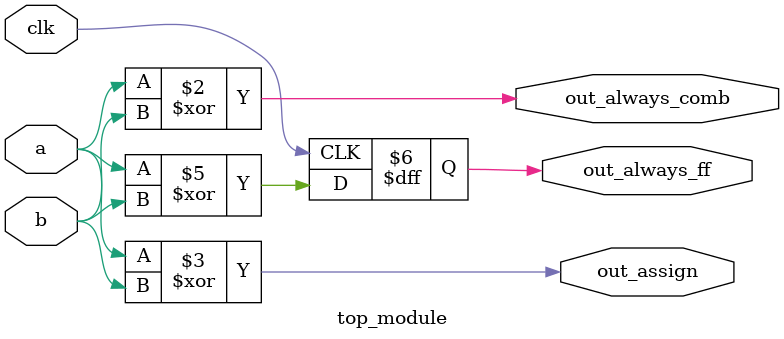
<source format=v>
module top_module(
    input clk,
    input a,
    input b,
    output wire out_assign,
    output reg out_always_comb,
    output reg out_always_ff   );
    always@(*)begin
        out_always_comb=a^b;
    end
    assign out_assign=a^b;
    always@(posedge clk)begin
        out_always_ff=a^b;
    end
endmodule

</source>
